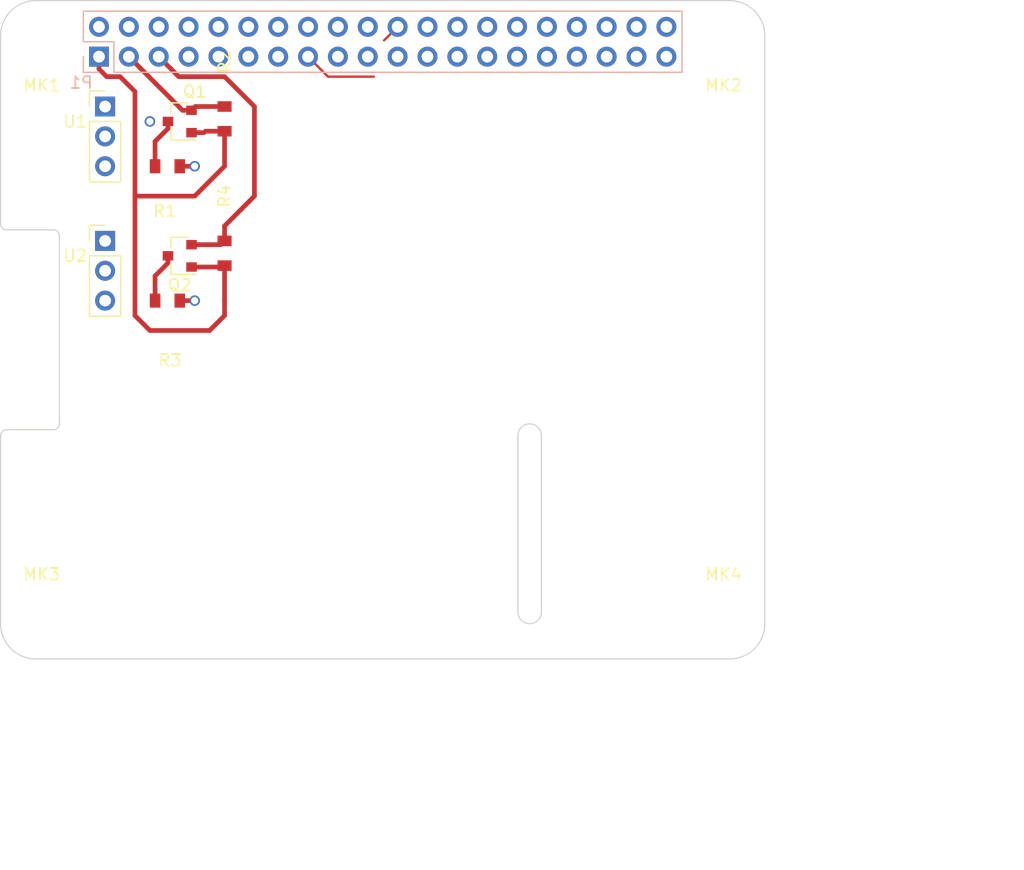
<source format=kicad_pcb>
(kicad_pcb (version 20171130) (host pcbnew "(5.1.5)-3")

  (general
    (thickness 1.6)
    (drawings 39)
    (tracks 46)
    (zones 0)
    (modules 13)
    (nets 34)
  )

  (page A3)
  (title_block
    (date "15 nov 2012")
  )

  (layers
    (0 F.Cu signal)
    (31 B.Cu signal)
    (32 B.Adhes user)
    (33 F.Adhes user)
    (34 B.Paste user)
    (35 F.Paste user)
    (36 B.SilkS user)
    (37 F.SilkS user)
    (38 B.Mask user)
    (39 F.Mask user)
    (40 Dwgs.User user)
    (41 Cmts.User user)
    (42 Eco1.User user)
    (43 Eco2.User user)
    (44 Edge.Cuts user)
    (45 Margin user)
    (46 B.CrtYd user)
    (47 F.CrtYd user)
  )

  (setup
    (last_trace_width 0.2)
    (trace_clearance 0.2)
    (zone_clearance 0.508)
    (zone_45_only no)
    (trace_min 0.127)
    (via_size 0.9)
    (via_drill 0.6)
    (via_min_size 0.8)
    (via_min_drill 0.5)
    (uvia_size 0.5)
    (uvia_drill 0.1)
    (uvias_allowed no)
    (uvia_min_size 0.5)
    (uvia_min_drill 0.1)
    (edge_width 0.1)
    (segment_width 0.1)
    (pcb_text_width 0.3)
    (pcb_text_size 1 1)
    (mod_edge_width 0.15)
    (mod_text_size 1 1)
    (mod_text_width 0.15)
    (pad_size 2.5 2.5)
    (pad_drill 2.5)
    (pad_to_mask_clearance 0)
    (aux_axis_origin 200 150)
    (grid_origin 200 150)
    (visible_elements 7FFFFFFF)
    (pcbplotparams
      (layerselection 0x00030_80000001)
      (usegerberextensions true)
      (usegerberattributes false)
      (usegerberadvancedattributes false)
      (creategerberjobfile false)
      (excludeedgelayer true)
      (linewidth 0.150000)
      (plotframeref false)
      (viasonmask false)
      (mode 1)
      (useauxorigin false)
      (hpglpennumber 1)
      (hpglpenspeed 20)
      (hpglpendiameter 15.000000)
      (psnegative false)
      (psa4output false)
      (plotreference true)
      (plotvalue true)
      (plotinvisibletext false)
      (padsonsilk false)
      (subtractmaskfromsilk false)
      (outputformat 1)
      (mirror false)
      (drillshape 1)
      (scaleselection 1)
      (outputdirectory ""))
  )

  (net 0 "")
  (net 1 +3V3)
  (net 2 +5V)
  (net 3 GND)
  (net 4 /ID_SD)
  (net 5 /ID_SC)
  (net 6 /GPIO5)
  (net 7 /GPIO6)
  (net 8 /GPIO26)
  (net 9 "/GPIO4(GCLK)")
  (net 10 "/GPIO14(TXD0)")
  (net 11 "/GPIO15(RXD0)")
  (net 12 "/GPIO17(GEN0)")
  (net 13 "/GPIO27(GEN2)")
  (net 14 "/GPIO23(GEN4)")
  (net 15 "/GPIO24(GEN5)")
  (net 16 "/GPIO18(GEN1)(PWM0)")
  (net 17 "/GPIO10(SPI0_MOSI)")
  (net 18 "/GPIO9(SPI0_MISO)")
  (net 19 "/GPIO11(SPI0_SCK)")
  (net 20 "/GPIO8(SPI0_CE_N)")
  (net 21 "/GPIO7(SPI1_CE_N)")
  (net 22 "/GPIO12(PWM0)")
  (net 23 "/GPIO13(PWM1)")
  (net 24 "/GPIO19(SPI1_MISO)")
  (net 25 /GPIO16)
  (net 26 "/GPIO20(SPI1_MOSI)")
  (net 27 "/GPIO21(SPI1_SCK)")
  (net 28 GPIO_22)
  (net 29 GPIO_25)
  (net 30 "Net-(Q1-Pad3)")
  (net 31 "Net-(Q2-Pad3)")
  (net 32 GPIO_2)
  (net 33 GPIO_3)

  (net_class Default "This is the default net class."
    (clearance 0.2)
    (trace_width 0.2)
    (via_dia 0.9)
    (via_drill 0.6)
    (uvia_dia 0.5)
    (uvia_drill 0.1)
    (add_net +3V3)
    (add_net +5V)
    (add_net "/GPIO10(SPI0_MOSI)")
    (add_net "/GPIO11(SPI0_SCK)")
    (add_net "/GPIO12(PWM0)")
    (add_net "/GPIO13(PWM1)")
    (add_net "/GPIO14(TXD0)")
    (add_net "/GPIO15(RXD0)")
    (add_net /GPIO16)
    (add_net "/GPIO17(GEN0)")
    (add_net "/GPIO18(GEN1)(PWM0)")
    (add_net "/GPIO19(SPI1_MISO)")
    (add_net "/GPIO20(SPI1_MOSI)")
    (add_net "/GPIO21(SPI1_SCK)")
    (add_net "/GPIO23(GEN4)")
    (add_net "/GPIO24(GEN5)")
    (add_net /GPIO26)
    (add_net "/GPIO27(GEN2)")
    (add_net "/GPIO4(GCLK)")
    (add_net /GPIO5)
    (add_net /GPIO6)
    (add_net "/GPIO7(SPI1_CE_N)")
    (add_net "/GPIO8(SPI0_CE_N)")
    (add_net "/GPIO9(SPI0_MISO)")
    (add_net /ID_SC)
    (add_net /ID_SD)
    (add_net GND)
    (add_net GPIO_2)
    (add_net GPIO_22)
    (add_net GPIO_25)
    (add_net GPIO_3)
    (add_net "Net-(Q1-Pad3)")
    (add_net "Net-(Q2-Pad3)")
  )

  (net_class Power ""
    (clearance 0.2)
    (trace_width 0.5)
    (via_dia 1)
    (via_drill 0.7)
    (uvia_dia 0.5)
    (uvia_drill 0.1)
  )

  (module Package_TO_SOT_SMD:SOT-23 (layer F.Cu) (tedit 5A02FF57) (tstamp 5E4A7BD1)
    (at 215.24 104.28 180)
    (descr "SOT-23, Standard")
    (tags SOT-23)
    (path /5E4B0663)
    (attr smd)
    (fp_text reference Q1 (at -1.27 2.54) (layer F.SilkS)
      (effects (font (size 1 1) (thickness 0.15)))
    )
    (fp_text value BSS138 (at 0 2.5) (layer F.Fab)
      (effects (font (size 1 1) (thickness 0.15)))
    )
    (fp_line (start 0.76 1.58) (end -0.7 1.58) (layer F.SilkS) (width 0.12))
    (fp_line (start 0.76 -1.58) (end -1.4 -1.58) (layer F.SilkS) (width 0.12))
    (fp_line (start -1.7 1.75) (end -1.7 -1.75) (layer F.CrtYd) (width 0.05))
    (fp_line (start 1.7 1.75) (end -1.7 1.75) (layer F.CrtYd) (width 0.05))
    (fp_line (start 1.7 -1.75) (end 1.7 1.75) (layer F.CrtYd) (width 0.05))
    (fp_line (start -1.7 -1.75) (end 1.7 -1.75) (layer F.CrtYd) (width 0.05))
    (fp_line (start 0.76 -1.58) (end 0.76 -0.65) (layer F.SilkS) (width 0.12))
    (fp_line (start 0.76 1.58) (end 0.76 0.65) (layer F.SilkS) (width 0.12))
    (fp_line (start -0.7 1.52) (end 0.7 1.52) (layer F.Fab) (width 0.1))
    (fp_line (start 0.7 -1.52) (end 0.7 1.52) (layer F.Fab) (width 0.1))
    (fp_line (start -0.7 -0.95) (end -0.15 -1.52) (layer F.Fab) (width 0.1))
    (fp_line (start -0.15 -1.52) (end 0.7 -1.52) (layer F.Fab) (width 0.1))
    (fp_line (start -0.7 -0.95) (end -0.7 1.5) (layer F.Fab) (width 0.1))
    (fp_text user %R (at 0 0 90) (layer F.Fab)
      (effects (font (size 0.5 0.5) (thickness 0.075)))
    )
    (pad 3 smd rect (at 1 0 180) (size 0.9 0.8) (layers F.Cu F.Paste F.Mask)
      (net 30 "Net-(Q1-Pad3)"))
    (pad 2 smd rect (at -1 0.95 180) (size 0.9 0.8) (layers F.Cu F.Paste F.Mask)
      (net 32 GPIO_2))
    (pad 1 smd rect (at -1 -0.95 180) (size 0.9 0.8) (layers F.Cu F.Paste F.Mask)
      (net 1 +3V3))
    (model ${KISYS3DMOD}/Package_TO_SOT_SMD.3dshapes/SOT-23.wrl
      (at (xyz 0 0 0))
      (scale (xyz 1 1 1))
      (rotate (xyz 0 0 0))
    )
  )

  (module trailTracer:Yageo_R0805 (layer F.Cu) (tedit 5E49E2FC) (tstamp 5E4A7BF2)
    (at 219.05 103.01 270)
    (path /5E4D618F)
    (fp_text reference R2 (at -3.81 0 90) (layer F.SilkS)
      (effects (font (size 1 1) (thickness 0.15)))
    )
    (fp_text value 10K (at 0 -2.54 90) (layer F.Fab)
      (effects (font (size 1 1) (thickness 0.15)))
    )
    (pad 1 smd rect (at 0 0 270) (size 0.9 1.2) (layers F.Cu F.Paste F.Mask)
      (net 32 GPIO_2))
    (pad 2 smd rect (at 2.1 0 270) (size 0.9 1.2) (layers F.Cu F.Paste F.Mask)
      (net 1 +3V3))
  )

  (module Connector_PinSocket_2.54mm:PinSocket_2x20_P2.54mm_Vertical (layer B.Cu) (tedit 5A19A433) (tstamp 5A793E9F)
    (at 208.37 98.77 270)
    (descr "Through hole straight socket strip, 2x20, 2.54mm pitch, double cols (from Kicad 4.0.7), script generated")
    (tags "Through hole socket strip THT 2x20 2.54mm double row")
    (path /59AD464A)
    (fp_text reference P1 (at 2.208 1.512) (layer B.SilkS)
      (effects (font (size 1 1) (thickness 0.15)) (justify mirror))
    )
    (fp_text value Conn_02x20_Odd_Even (at -1.27 -51.03 270) (layer B.Fab)
      (effects (font (size 1 1) (thickness 0.15)) (justify mirror))
    )
    (fp_line (start -3.81 1.27) (end 0.27 1.27) (layer B.Fab) (width 0.1))
    (fp_line (start 0.27 1.27) (end 1.27 0.27) (layer B.Fab) (width 0.1))
    (fp_line (start 1.27 0.27) (end 1.27 -49.53) (layer B.Fab) (width 0.1))
    (fp_line (start 1.27 -49.53) (end -3.81 -49.53) (layer B.Fab) (width 0.1))
    (fp_line (start -3.81 -49.53) (end -3.81 1.27) (layer B.Fab) (width 0.1))
    (fp_line (start -3.87 1.33) (end -1.27 1.33) (layer B.SilkS) (width 0.12))
    (fp_line (start -3.87 1.33) (end -3.87 -49.59) (layer B.SilkS) (width 0.12))
    (fp_line (start -3.87 -49.59) (end 1.33 -49.59) (layer B.SilkS) (width 0.12))
    (fp_line (start 1.33 -1.27) (end 1.33 -49.59) (layer B.SilkS) (width 0.12))
    (fp_line (start -1.27 -1.27) (end 1.33 -1.27) (layer B.SilkS) (width 0.12))
    (fp_line (start -1.27 1.33) (end -1.27 -1.27) (layer B.SilkS) (width 0.12))
    (fp_line (start 1.33 1.33) (end 1.33 0) (layer B.SilkS) (width 0.12))
    (fp_line (start 0 1.33) (end 1.33 1.33) (layer B.SilkS) (width 0.12))
    (fp_line (start -4.34 1.8) (end 1.76 1.8) (layer B.CrtYd) (width 0.05))
    (fp_line (start 1.76 1.8) (end 1.76 -50) (layer B.CrtYd) (width 0.05))
    (fp_line (start 1.76 -50) (end -4.34 -50) (layer B.CrtYd) (width 0.05))
    (fp_line (start -4.34 -50) (end -4.34 1.8) (layer B.CrtYd) (width 0.05))
    (fp_text user %R (at -1.27 -24.13 180) (layer B.Fab)
      (effects (font (size 1 1) (thickness 0.15)) (justify mirror))
    )
    (pad 1 thru_hole rect (at 0 0 270) (size 1.7 1.7) (drill 1) (layers *.Cu *.Mask)
      (net 1 +3V3))
    (pad 2 thru_hole oval (at -2.54 0 270) (size 1.7 1.7) (drill 1) (layers *.Cu *.Mask)
      (net 2 +5V))
    (pad 3 thru_hole oval (at 0 -2.54 270) (size 1.7 1.7) (drill 1) (layers *.Cu *.Mask)
      (net 32 GPIO_2))
    (pad 4 thru_hole oval (at -2.54 -2.54 270) (size 1.7 1.7) (drill 1) (layers *.Cu *.Mask)
      (net 2 +5V))
    (pad 5 thru_hole oval (at 0 -5.08 270) (size 1.7 1.7) (drill 1) (layers *.Cu *.Mask)
      (net 33 GPIO_3))
    (pad 6 thru_hole oval (at -2.54 -5.08 270) (size 1.7 1.7) (drill 1) (layers *.Cu *.Mask)
      (net 3 GND))
    (pad 7 thru_hole oval (at 0 -7.62 270) (size 1.7 1.7) (drill 1) (layers *.Cu *.Mask)
      (net 9 "/GPIO4(GCLK)"))
    (pad 8 thru_hole oval (at -2.54 -7.62 270) (size 1.7 1.7) (drill 1) (layers *.Cu *.Mask)
      (net 10 "/GPIO14(TXD0)"))
    (pad 9 thru_hole oval (at 0 -10.16 270) (size 1.7 1.7) (drill 1) (layers *.Cu *.Mask)
      (net 3 GND))
    (pad 10 thru_hole oval (at -2.54 -10.16 270) (size 1.7 1.7) (drill 1) (layers *.Cu *.Mask)
      (net 11 "/GPIO15(RXD0)"))
    (pad 11 thru_hole oval (at 0 -12.7 270) (size 1.7 1.7) (drill 1) (layers *.Cu *.Mask)
      (net 12 "/GPIO17(GEN0)"))
    (pad 12 thru_hole oval (at -2.54 -12.7 270) (size 1.7 1.7) (drill 1) (layers *.Cu *.Mask)
      (net 16 "/GPIO18(GEN1)(PWM0)"))
    (pad 13 thru_hole oval (at 0 -15.24 270) (size 1.7 1.7) (drill 1) (layers *.Cu *.Mask)
      (net 13 "/GPIO27(GEN2)"))
    (pad 14 thru_hole oval (at -2.54 -15.24 270) (size 1.7 1.7) (drill 1) (layers *.Cu *.Mask)
      (net 3 GND))
    (pad 15 thru_hole oval (at 0 -17.78 270) (size 1.7 1.7) (drill 1) (layers *.Cu *.Mask)
      (net 28 GPIO_22))
    (pad 16 thru_hole oval (at -2.54 -17.78 270) (size 1.7 1.7) (drill 1) (layers *.Cu *.Mask)
      (net 14 "/GPIO23(GEN4)"))
    (pad 17 thru_hole oval (at 0 -20.32 270) (size 1.7 1.7) (drill 1) (layers *.Cu *.Mask)
      (net 1 +3V3))
    (pad 18 thru_hole oval (at -2.54 -20.32 270) (size 1.7 1.7) (drill 1) (layers *.Cu *.Mask)
      (net 15 "/GPIO24(GEN5)"))
    (pad 19 thru_hole oval (at 0 -22.86 270) (size 1.7 1.7) (drill 1) (layers *.Cu *.Mask)
      (net 17 "/GPIO10(SPI0_MOSI)"))
    (pad 20 thru_hole oval (at -2.54 -22.86 270) (size 1.7 1.7) (drill 1) (layers *.Cu *.Mask)
      (net 3 GND))
    (pad 21 thru_hole oval (at 0 -25.4 270) (size 1.7 1.7) (drill 1) (layers *.Cu *.Mask)
      (net 18 "/GPIO9(SPI0_MISO)"))
    (pad 22 thru_hole oval (at -2.54 -25.4 270) (size 1.7 1.7) (drill 1) (layers *.Cu *.Mask)
      (net 29 GPIO_25))
    (pad 23 thru_hole oval (at 0 -27.94 270) (size 1.7 1.7) (drill 1) (layers *.Cu *.Mask)
      (net 19 "/GPIO11(SPI0_SCK)"))
    (pad 24 thru_hole oval (at -2.54 -27.94 270) (size 1.7 1.7) (drill 1) (layers *.Cu *.Mask)
      (net 20 "/GPIO8(SPI0_CE_N)"))
    (pad 25 thru_hole oval (at 0 -30.48 270) (size 1.7 1.7) (drill 1) (layers *.Cu *.Mask)
      (net 3 GND))
    (pad 26 thru_hole oval (at -2.54 -30.48 270) (size 1.7 1.7) (drill 1) (layers *.Cu *.Mask)
      (net 21 "/GPIO7(SPI1_CE_N)"))
    (pad 27 thru_hole oval (at 0 -33.02 270) (size 1.7 1.7) (drill 1) (layers *.Cu *.Mask)
      (net 4 /ID_SD))
    (pad 28 thru_hole oval (at -2.54 -33.02 270) (size 1.7 1.7) (drill 1) (layers *.Cu *.Mask)
      (net 5 /ID_SC))
    (pad 29 thru_hole oval (at 0 -35.56 270) (size 1.7 1.7) (drill 1) (layers *.Cu *.Mask)
      (net 6 /GPIO5))
    (pad 30 thru_hole oval (at -2.54 -35.56 270) (size 1.7 1.7) (drill 1) (layers *.Cu *.Mask)
      (net 3 GND))
    (pad 31 thru_hole oval (at 0 -38.1 270) (size 1.7 1.7) (drill 1) (layers *.Cu *.Mask)
      (net 7 /GPIO6))
    (pad 32 thru_hole oval (at -2.54 -38.1 270) (size 1.7 1.7) (drill 1) (layers *.Cu *.Mask)
      (net 22 "/GPIO12(PWM0)"))
    (pad 33 thru_hole oval (at 0 -40.64 270) (size 1.7 1.7) (drill 1) (layers *.Cu *.Mask)
      (net 23 "/GPIO13(PWM1)"))
    (pad 34 thru_hole oval (at -2.54 -40.64 270) (size 1.7 1.7) (drill 1) (layers *.Cu *.Mask)
      (net 3 GND))
    (pad 35 thru_hole oval (at 0 -43.18 270) (size 1.7 1.7) (drill 1) (layers *.Cu *.Mask)
      (net 24 "/GPIO19(SPI1_MISO)"))
    (pad 36 thru_hole oval (at -2.54 -43.18 270) (size 1.7 1.7) (drill 1) (layers *.Cu *.Mask)
      (net 25 /GPIO16))
    (pad 37 thru_hole oval (at 0 -45.72 270) (size 1.7 1.7) (drill 1) (layers *.Cu *.Mask)
      (net 8 /GPIO26))
    (pad 38 thru_hole oval (at -2.54 -45.72 270) (size 1.7 1.7) (drill 1) (layers *.Cu *.Mask)
      (net 26 "/GPIO20(SPI1_MOSI)"))
    (pad 39 thru_hole oval (at 0 -48.26 270) (size 1.7 1.7) (drill 1) (layers *.Cu *.Mask)
      (net 3 GND))
    (pad 40 thru_hole oval (at -2.54 -48.26 270) (size 1.7 1.7) (drill 1) (layers *.Cu *.Mask)
      (net 27 "/GPIO21(SPI1_SCK)"))
    (model ${KISYS3DMOD}/Connector_PinSocket_2.54mm.3dshapes/PinSocket_2x20_P2.54mm_Vertical.wrl
      (at (xyz 0 0 0))
      (scale (xyz 1 1 1))
      (rotate (xyz 0 0 0))
    )
  )

  (module trailTracer:PinHeader_1x03_P2.54mm_Vertical (layer F.Cu) (tedit 5E49E654) (tstamp 5E4A7C2C)
    (at 208.89 114.44)
    (descr "Through hole straight pin header, 1x03, 2.54mm pitch, single row")
    (tags "Through hole pin header THT 1x03 2.54mm single row")
    (path /5E49F79F)
    (fp_text reference U2 (at -2.54 1.27) (layer F.SilkS)
      (effects (font (size 1 1) (thickness 0.15)))
    )
    (fp_text value SF3218MG (at 0 7.41) (layer F.Fab)
      (effects (font (size 1 1) (thickness 0.15)))
    )
    (fp_text user %R (at 0 2.54 90) (layer F.Fab)
      (effects (font (size 1 1) (thickness 0.15)))
    )
    (fp_line (start 1.8 -1.8) (end -1.8 -1.8) (layer F.CrtYd) (width 0.05))
    (fp_line (start 1.8 6.85) (end 1.8 -1.8) (layer F.CrtYd) (width 0.05))
    (fp_line (start -1.8 6.85) (end 1.8 6.85) (layer F.CrtYd) (width 0.05))
    (fp_line (start -1.8 -1.8) (end -1.8 6.85) (layer F.CrtYd) (width 0.05))
    (fp_line (start -1.33 -1.33) (end 0 -1.33) (layer F.SilkS) (width 0.12))
    (fp_line (start -1.33 0) (end -1.33 -1.33) (layer F.SilkS) (width 0.12))
    (fp_line (start -1.33 1.27) (end 1.33 1.27) (layer F.SilkS) (width 0.12))
    (fp_line (start 1.33 1.27) (end 1.33 6.41) (layer F.SilkS) (width 0.12))
    (fp_line (start -1.33 1.27) (end -1.33 6.41) (layer F.SilkS) (width 0.12))
    (fp_line (start -1.33 6.41) (end 1.33 6.41) (layer F.SilkS) (width 0.12))
    (fp_line (start -1.27 -0.635) (end -0.635 -1.27) (layer F.Fab) (width 0.1))
    (fp_line (start -1.27 6.35) (end -1.27 -0.635) (layer F.Fab) (width 0.1))
    (fp_line (start 1.27 6.35) (end -1.27 6.35) (layer F.Fab) (width 0.1))
    (fp_line (start 1.27 -1.27) (end 1.27 6.35) (layer F.Fab) (width 0.1))
    (fp_line (start -0.635 -1.27) (end 1.27 -1.27) (layer F.Fab) (width 0.1))
    (pad PWM thru_hole oval (at 0 5.08) (size 1.7 1.7) (drill 1) (layers *.Cu *.Mask))
    (pad +5V thru_hole oval (at 0 2.54) (size 1.7 1.7) (drill 1) (layers *.Cu *.Mask))
    (pad GND thru_hole rect (at 0 0) (size 1.7 1.7) (drill 1) (layers *.Cu *.Mask))
    (model ${KISYS3DMOD}/Connector_PinHeader_2.54mm.3dshapes/PinHeader_1x03_P2.54mm_Vertical.wrl
      (at (xyz 0 0 0))
      (scale (xyz 1 1 1))
      (rotate (xyz 0 0 0))
    )
  )

  (module trailTracer:PinHeader_1x03_P2.54mm_Vertical (layer F.Cu) (tedit 5E49E654) (tstamp 5E4A7C15)
    (at 208.89 103.01)
    (descr "Through hole straight pin header, 1x03, 2.54mm pitch, single row")
    (tags "Through hole pin header THT 1x03 2.54mm single row")
    (path /5E4A0E83)
    (fp_text reference U1 (at -2.54 1.27) (layer F.SilkS)
      (effects (font (size 1 1) (thickness 0.15)))
    )
    (fp_text value SG-92R (at 0 7.41) (layer F.Fab)
      (effects (font (size 1 1) (thickness 0.15)))
    )
    (fp_text user %R (at 0 2.54 90) (layer F.Fab)
      (effects (font (size 1 1) (thickness 0.15)))
    )
    (fp_line (start 1.8 -1.8) (end -1.8 -1.8) (layer F.CrtYd) (width 0.05))
    (fp_line (start 1.8 6.85) (end 1.8 -1.8) (layer F.CrtYd) (width 0.05))
    (fp_line (start -1.8 6.85) (end 1.8 6.85) (layer F.CrtYd) (width 0.05))
    (fp_line (start -1.8 -1.8) (end -1.8 6.85) (layer F.CrtYd) (width 0.05))
    (fp_line (start -1.33 -1.33) (end 0 -1.33) (layer F.SilkS) (width 0.12))
    (fp_line (start -1.33 0) (end -1.33 -1.33) (layer F.SilkS) (width 0.12))
    (fp_line (start -1.33 1.27) (end 1.33 1.27) (layer F.SilkS) (width 0.12))
    (fp_line (start 1.33 1.27) (end 1.33 6.41) (layer F.SilkS) (width 0.12))
    (fp_line (start -1.33 1.27) (end -1.33 6.41) (layer F.SilkS) (width 0.12))
    (fp_line (start -1.33 6.41) (end 1.33 6.41) (layer F.SilkS) (width 0.12))
    (fp_line (start -1.27 -0.635) (end -0.635 -1.27) (layer F.Fab) (width 0.1))
    (fp_line (start -1.27 6.35) (end -1.27 -0.635) (layer F.Fab) (width 0.1))
    (fp_line (start 1.27 6.35) (end -1.27 6.35) (layer F.Fab) (width 0.1))
    (fp_line (start 1.27 -1.27) (end 1.27 6.35) (layer F.Fab) (width 0.1))
    (fp_line (start -0.635 -1.27) (end 1.27 -1.27) (layer F.Fab) (width 0.1))
    (pad PWM thru_hole oval (at 0 5.08) (size 1.7 1.7) (drill 1) (layers *.Cu *.Mask))
    (pad +5V thru_hole oval (at 0 2.54) (size 1.7 1.7) (drill 1) (layers *.Cu *.Mask))
    (pad GND thru_hole rect (at 0 0) (size 1.7 1.7) (drill 1) (layers *.Cu *.Mask))
    (model ${KISYS3DMOD}/Connector_PinHeader_2.54mm.3dshapes/PinHeader_1x03_P2.54mm_Vertical.wrl
      (at (xyz 0 0 0))
      (scale (xyz 1 1 1))
      (rotate (xyz 0 0 0))
    )
  )

  (module trailTracer:Yageo_R0805 (layer F.Cu) (tedit 5E49E2FC) (tstamp 5E4A7BFE)
    (at 219.05 114.44 270)
    (path /5E50C3E3)
    (fp_text reference R4 (at -3.81 0 90) (layer F.SilkS)
      (effects (font (size 1 1) (thickness 0.15)))
    )
    (fp_text value 10K (at 0 -2.54 90) (layer F.Fab)
      (effects (font (size 1 1) (thickness 0.15)))
    )
    (pad 1 smd rect (at 0 0 270) (size 0.9 1.2) (layers F.Cu F.Paste F.Mask)
      (net 33 GPIO_3))
    (pad 2 smd rect (at 2.1 0 270) (size 0.9 1.2) (layers F.Cu F.Paste F.Mask)
      (net 1 +3V3))
  )

  (module trailTracer:Yageo_R0805 (layer F.Cu) (tedit 5E49E2FC) (tstamp 5E4A7BF8)
    (at 213.14 119.52)
    (path /5E50C3D3)
    (fp_text reference R3 (at 1.27 5.08) (layer F.SilkS)
      (effects (font (size 1 1) (thickness 0.15)))
    )
    (fp_text value 10K (at 0 -2.54) (layer F.Fab)
      (effects (font (size 1 1) (thickness 0.15)))
    )
    (pad 1 smd rect (at 0 0) (size 0.9 1.2) (layers F.Cu F.Paste F.Mask)
      (net 31 "Net-(Q2-Pad3)"))
    (pad 2 smd rect (at 2.1 0) (size 0.9 1.2) (layers F.Cu F.Paste F.Mask)
      (net 2 +5V))
  )

  (module trailTracer:Yageo_R0805 (layer F.Cu) (tedit 5E49E2FC) (tstamp 5E4A7BEC)
    (at 213.14 108.09)
    (path /5E4CB2E0)
    (fp_text reference R1 (at 0.83 3.81) (layer F.SilkS)
      (effects (font (size 1 1) (thickness 0.15)))
    )
    (fp_text value 10K (at 0 -2.54) (layer F.Fab)
      (effects (font (size 1 1) (thickness 0.15)))
    )
    (pad 1 smd rect (at 0 0) (size 0.9 1.2) (layers F.Cu F.Paste F.Mask)
      (net 30 "Net-(Q1-Pad3)"))
    (pad 2 smd rect (at 2.1 0) (size 0.9 1.2) (layers F.Cu F.Paste F.Mask)
      (net 2 +5V))
  )

  (module Package_TO_SOT_SMD:SOT-23 (layer F.Cu) (tedit 5A02FF57) (tstamp 5E4A7BE6)
    (at 215.24 115.71 180)
    (descr "SOT-23, Standard")
    (tags SOT-23)
    (path /5E50C3CC)
    (attr smd)
    (fp_text reference Q2 (at 0 -2.5) (layer F.SilkS)
      (effects (font (size 1 1) (thickness 0.15)))
    )
    (fp_text value BSS138 (at 0 2.5) (layer F.Fab)
      (effects (font (size 1 1) (thickness 0.15)))
    )
    (fp_line (start 0.76 1.58) (end -0.7 1.58) (layer F.SilkS) (width 0.12))
    (fp_line (start 0.76 -1.58) (end -1.4 -1.58) (layer F.SilkS) (width 0.12))
    (fp_line (start -1.7 1.75) (end -1.7 -1.75) (layer F.CrtYd) (width 0.05))
    (fp_line (start 1.7 1.75) (end -1.7 1.75) (layer F.CrtYd) (width 0.05))
    (fp_line (start 1.7 -1.75) (end 1.7 1.75) (layer F.CrtYd) (width 0.05))
    (fp_line (start -1.7 -1.75) (end 1.7 -1.75) (layer F.CrtYd) (width 0.05))
    (fp_line (start 0.76 -1.58) (end 0.76 -0.65) (layer F.SilkS) (width 0.12))
    (fp_line (start 0.76 1.58) (end 0.76 0.65) (layer F.SilkS) (width 0.12))
    (fp_line (start -0.7 1.52) (end 0.7 1.52) (layer F.Fab) (width 0.1))
    (fp_line (start 0.7 -1.52) (end 0.7 1.52) (layer F.Fab) (width 0.1))
    (fp_line (start -0.7 -0.95) (end -0.15 -1.52) (layer F.Fab) (width 0.1))
    (fp_line (start -0.15 -1.52) (end 0.7 -1.52) (layer F.Fab) (width 0.1))
    (fp_line (start -0.7 -0.95) (end -0.7 1.5) (layer F.Fab) (width 0.1))
    (fp_text user %R (at 0 0 90) (layer F.Fab)
      (effects (font (size 0.5 0.5) (thickness 0.075)))
    )
    (pad 3 smd rect (at 1 0 180) (size 0.9 0.8) (layers F.Cu F.Paste F.Mask)
      (net 31 "Net-(Q2-Pad3)"))
    (pad 2 smd rect (at -1 0.95 180) (size 0.9 0.8) (layers F.Cu F.Paste F.Mask)
      (net 33 GPIO_3))
    (pad 1 smd rect (at -1 -0.95 180) (size 0.9 0.8) (layers F.Cu F.Paste F.Mask)
      (net 1 +3V3))
    (model ${KISYS3DMOD}/Package_TO_SOT_SMD.3dshapes/SOT-23.wrl
      (at (xyz 0 0 0))
      (scale (xyz 1 1 1))
      (rotate (xyz 0 0 0))
    )
  )

  (module MountingHole:MountingHole_2.7mm_M2.5 (layer F.Cu) (tedit 56D1B4CB) (tstamp 5A793E98)
    (at 261.5 146.5)
    (descr "Mounting Hole 2.7mm, no annular, M2.5")
    (tags "mounting hole 2.7mm no annular m2.5")
    (path /5834FC4F)
    (attr virtual)
    (fp_text reference MK4 (at 0 -3.7) (layer F.SilkS)
      (effects (font (size 1 1) (thickness 0.15)))
    )
    (fp_text value M2.5 (at 0 3.7) (layer F.Fab)
      (effects (font (size 1 1) (thickness 0.15)))
    )
    (fp_circle (center 0 0) (end 2.95 0) (layer F.CrtYd) (width 0.05))
    (fp_circle (center 0 0) (end 2.7 0) (layer Cmts.User) (width 0.15))
    (fp_text user %R (at 0.3 0) (layer F.Fab)
      (effects (font (size 1 1) (thickness 0.15)))
    )
    (pad 1 np_thru_hole circle (at 0 0) (size 2.7 2.7) (drill 2.7) (layers *.Cu *.Mask))
  )

  (module MountingHole:MountingHole_2.7mm_M2.5 (layer F.Cu) (tedit 56D1B4CB) (tstamp 5A793E91)
    (at 203.5 146.5)
    (descr "Mounting Hole 2.7mm, no annular, M2.5")
    (tags "mounting hole 2.7mm no annular m2.5")
    (path /5834FBEF)
    (attr virtual)
    (fp_text reference MK3 (at 0 -3.7) (layer F.SilkS)
      (effects (font (size 1 1) (thickness 0.15)))
    )
    (fp_text value M2.5 (at 0 3.7) (layer F.Fab)
      (effects (font (size 1 1) (thickness 0.15)))
    )
    (fp_text user %R (at 0.3 0) (layer F.Fab)
      (effects (font (size 1 1) (thickness 0.15)))
    )
    (fp_circle (center 0 0) (end 2.7 0) (layer Cmts.User) (width 0.15))
    (fp_circle (center 0 0) (end 2.95 0) (layer F.CrtYd) (width 0.05))
    (pad 1 np_thru_hole circle (at 0 0) (size 2.7 2.7) (drill 2.7) (layers *.Cu *.Mask))
  )

  (module MountingHole:MountingHole_2.7mm_M2.5 (layer F.Cu) (tedit 56D1B4CB) (tstamp 5A793E8A)
    (at 261.5 97.5 180)
    (descr "Mounting Hole 2.7mm, no annular, M2.5")
    (tags "mounting hole 2.7mm no annular m2.5")
    (path /5834FC19)
    (attr virtual)
    (fp_text reference MK2 (at 0 -3.7 180) (layer F.SilkS)
      (effects (font (size 1 1) (thickness 0.15)))
    )
    (fp_text value M2.5 (at 0 3.7 180) (layer F.Fab)
      (effects (font (size 1 1) (thickness 0.15)))
    )
    (fp_circle (center 0 0) (end 2.95 0) (layer F.CrtYd) (width 0.05))
    (fp_circle (center 0 0) (end 2.7 0) (layer Cmts.User) (width 0.15))
    (fp_text user %R (at 0.3 0 180) (layer F.Fab)
      (effects (font (size 1 1) (thickness 0.15)))
    )
    (pad 1 np_thru_hole circle (at 0 0 180) (size 2.7 2.7) (drill 2.7) (layers *.Cu *.Mask))
  )

  (module MountingHole:MountingHole_2.7mm_M2.5 (layer F.Cu) (tedit 56D1B4CB) (tstamp 5A793E83)
    (at 203.5 97.5 180)
    (descr "Mounting Hole 2.7mm, no annular, M2.5")
    (tags "mounting hole 2.7mm no annular m2.5")
    (path /5834FB2E)
    (attr virtual)
    (fp_text reference MK1 (at 0 -3.7 180) (layer F.SilkS)
      (effects (font (size 1 1) (thickness 0.15)))
    )
    (fp_text value M2.5 (at 0 3.7 180) (layer F.Fab)
      (effects (font (size 1 1) (thickness 0.15)))
    )
    (fp_text user %R (at 0.3 0 180) (layer F.Fab)
      (effects (font (size 1 1) (thickness 0.15)))
    )
    (fp_circle (center 0 0) (end 2.7 0) (layer Cmts.User) (width 0.15))
    (fp_circle (center 0 0) (end 2.95 0) (layer F.CrtYd) (width 0.05))
    (pad 1 np_thru_hole circle (at 0 0 180) (size 2.7 2.7) (drill 2.7) (layers *.Cu *.Mask))
  )

  (gr_line (start 244 146) (end 244 131) (layer Edge.Cuts) (width 0.1))
  (gr_line (start 246 131) (end 246 146) (layer Edge.Cuts) (width 0.1))
  (gr_arc (start 245 131) (end 244 131) (angle 180) (layer Edge.Cuts) (width 0.1))
  (gr_arc (start 245 146) (end 246 146) (angle 180) (layer Edge.Cuts) (width 0.1))
  (gr_arc (start 200.5 131) (end 200 131) (angle 89.9) (layer Edge.Cuts) (width 0.1))
  (gr_arc (start 204.5 130) (end 205 130) (angle 90) (layer Edge.Cuts) (width 0.1))
  (gr_arc (start 200.5 113) (end 200.5 113.5) (angle 90) (layer Edge.Cuts) (width 0.1))
  (gr_arc (start 204.5 114) (end 204.5 113.5) (angle 90) (layer Edge.Cuts) (width 0.1))
  (gr_line (start 200 113) (end 200 131) (layer Dwgs.User) (width 0.1))
  (gr_line (start 200 97) (end 200 113) (layer Edge.Cuts) (width 0.1))
  (gr_text DISPLAY (at 202.5 122 90) (layer Dwgs.User) (tstamp 580CBBFF)
    (effects (font (size 1 1) (thickness 0.15)))
  )
  (gr_text CAMERA (at 245 139 90) (layer Dwgs.User)
    (effects (font (size 1 1) (thickness 0.15)))
  )
  (gr_text RJ45 (at 276.2 139.84) (layer Dwgs.User) (tstamp 580CBBEB)
    (effects (font (size 2 2) (thickness 0.15)))
  )
  (gr_text USB (at 277.724 121.552) (layer Dwgs.User) (tstamp 580CBBE9)
    (effects (font (size 2 2) (thickness 0.15)))
  )
  (gr_text USB (at 278.232 102.248) (layer Dwgs.User)
    (effects (font (size 2 2) (thickness 0.15)))
  )
  (gr_arc (start 262 97) (end 262 94) (angle 90) (layer Edge.Cuts) (width 0.1))
  (gr_arc (start 262 147) (end 265 147) (angle 90) (layer Edge.Cuts) (width 0.1))
  (gr_arc (start 203 147) (end 203 150) (angle 90) (layer Edge.Cuts) (width 0.1))
  (gr_arc (start 203 97) (end 200 97) (angle 90) (layer Edge.Cuts) (width 0.1))
  (gr_line (start 269.9 114.45) (end 287 114.45) (layer Dwgs.User) (width 0.1))
  (gr_line (start 262 94) (end 203 94) (layer Edge.Cuts) (width 0.1))
  (gr_line (start 269.9 127.55) (end 269.9 114.45) (layer Dwgs.User) (width 0.1))
  (gr_line (start 287 127.55) (end 269.9 127.55) (layer Dwgs.User) (width 0.1))
  (gr_line (start 287 114.45) (end 287 127.55) (layer Dwgs.User) (width 0.1))
  (gr_line (start 204.5 130.5) (end 200.5 130.5) (layer Edge.Cuts) (width 0.1))
  (gr_line (start 205 114) (end 205 130) (layer Edge.Cuts) (width 0.1))
  (gr_line (start 200.5 113.5) (end 204.5 113.5) (layer Edge.Cuts) (width 0.1))
  (gr_line (start 266 147.675) (end 266 131.825) (layer Dwgs.User) (width 0.1))
  (gr_line (start 287 147.675) (end 266 147.675) (layer Dwgs.User) (width 0.1))
  (gr_line (start 287 131.825) (end 287 147.675) (layer Dwgs.User) (width 0.1))
  (gr_line (start 266 131.825) (end 287 131.825) (layer Dwgs.User) (width 0.1))
  (gr_line (start 265 147) (end 265 97) (layer Edge.Cuts) (width 0.1))
  (gr_line (start 203 150) (end 262 150) (layer Edge.Cuts) (width 0.1))
  (gr_line (start 200 131) (end 200 147) (layer Edge.Cuts) (width 0.1))
  (gr_line (start 269.9 109.455925) (end 269.9 96.355925) (layer Dwgs.User) (width 0.1))
  (gr_line (start 287 109.455925) (end 269.9 109.455925) (layer Dwgs.User) (width 0.1))
  (gr_line (start 287 96.355925) (end 287 109.455925) (layer Dwgs.User) (width 0.1))
  (gr_line (start 269.9 96.355925) (end 287 96.355925) (layer Dwgs.User) (width 0.1))
  (gr_text "RASPBERRY-PI 40-PIN ADDON BOARD\nVIEW FROM TOP\nNOTE: P1 SHOULD BE FITTED ON THE REVERSE OF THE BOARD\n\nADD EDGE CUTS FROM CAMERA AND DISPLAY PORTS AS REQUIRED" (at 200 160.16) (layer Dwgs.User)
    (effects (font (size 2 1.7) (thickness 0.12)) (justify left))
  )

  (via (at 216.51 119.52) (size 0.9) (drill 0.6) (layers F.Cu B.Cu) (net 2))
  (via (at 212.7 104.28) (size 0.9) (drill 0.6) (layers F.Cu B.Cu) (net 0))
  (via (at 216.51 108.09) (size 0.9) (drill 0.6) (layers F.Cu B.Cu) (net 2))
  (segment (start 217.420002 105.11) (end 219.05 105.11) (width 0.4) (layer F.Cu) (net 1))
  (segment (start 216.24 105.23) (end 217.300002 105.23) (width 0.4) (layer F.Cu) (net 1))
  (segment (start 217.300002 105.23) (end 217.420002 105.11) (width 0.2) (layer F.Cu) (net 1))
  (segment (start 219.05 105.11) (end 219.05 108.09) (width 0.4) (layer F.Cu) (net 1))
  (segment (start 219.05 119.52) (end 219.05 116.54) (width 0.4) (layer F.Cu) (net 1))
  (segment (start 218.93 116.66) (end 219.05 116.54) (width 0.2) (layer F.Cu) (net 1))
  (segment (start 216.24 116.66) (end 218.93 116.66) (width 0.4) (layer F.Cu) (net 1))
  (segment (start 208.37 99.82) (end 209.02 100.47) (width 0.4) (layer F.Cu) (net 1))
  (segment (start 208.37 98.77) (end 208.37 99.82) (width 0.4) (layer F.Cu) (net 1))
  (segment (start 209.02 100.47) (end 210.16 100.47) (width 0.4) (layer F.Cu) (net 1))
  (segment (start 210.16 100.47) (end 211.43 101.74) (width 0.4) (layer F.Cu) (net 1))
  (segment (start 211.43 120.79) (end 212.7 122.06) (width 0.4) (layer F.Cu) (net 1))
  (segment (start 212.7 122.06) (end 217.78 122.06) (width 0.4) (layer F.Cu) (net 1))
  (segment (start 217.78 122.06) (end 219.05 120.79) (width 0.4) (layer F.Cu) (net 1))
  (segment (start 219.05 120.79) (end 219.05 119.52) (width 0.4) (layer F.Cu) (net 1))
  (segment (start 211.43 110.63) (end 216.51 110.63) (width 0.4) (layer F.Cu) (net 1))
  (segment (start 211.43 110.63) (end 211.43 120.79) (width 0.4) (layer F.Cu) (net 1))
  (segment (start 211.43 101.74) (end 211.43 110.63) (width 0.4) (layer F.Cu) (net 1))
  (segment (start 216.51 110.63) (end 219.05 108.09) (width 0.4) (layer F.Cu) (net 1))
  (segment (start 215.24 108.09) (end 216.51 108.09) (width 0.4) (layer F.Cu) (net 2))
  (segment (start 216.51 119.52) (end 215.24 119.52) (width 0.4) (layer F.Cu) (net 2))
  (segment (start 227.85 100.47) (end 226.15 98.77) (width 0.2) (layer F.Cu) (net 28))
  (segment (start 231.75 100.47) (end 227.85 100.47) (width 0.2) (layer F.Cu) (net 28))
  (segment (start 232.619999 97.380001) (end 232.920001 97.079999) (width 0.2) (layer F.Cu) (net 29))
  (segment (start 232.920001 97.079999) (end 233.77 96.23) (width 0.2) (layer F.Cu) (net 29))
  (segment (start 213.14 105.98) (end 213.14 108.09) (width 0.4) (layer F.Cu) (net 30))
  (segment (start 214.24 104.28) (end 214.24 104.88) (width 0.4) (layer F.Cu) (net 30))
  (segment (start 214.24 104.88) (end 213.14 105.98) (width 0.4) (layer F.Cu) (net 30))
  (segment (start 213.14 119.52) (end 213.14 117.42) (width 0.4) (layer F.Cu) (net 31))
  (segment (start 214.24 116.32) (end 214.24 115.71) (width 0.4) (layer F.Cu) (net 31))
  (segment (start 213.14 117.42) (end 214.24 116.32) (width 0.4) (layer F.Cu) (net 31))
  (segment (start 215.47 103.33) (end 210.91 98.77) (width 0.4) (layer F.Cu) (net 32))
  (segment (start 216.24 103.33) (end 215.47 103.33) (width 0.4) (layer F.Cu) (net 32))
  (segment (start 216.56 103.01) (end 216.24 103.33) (width 0.4) (layer F.Cu) (net 32))
  (segment (start 219.05 103.01) (end 216.56 103.01) (width 0.4) (layer F.Cu) (net 32))
  (segment (start 218.73 114.76) (end 219.05 114.44) (width 0.2) (layer F.Cu) (net 33))
  (segment (start 216.24 114.76) (end 218.73 114.76) (width 0.4) (layer F.Cu) (net 33))
  (segment (start 215.15 100.47) (end 213.45 98.77) (width 0.4) (layer F.Cu) (net 33))
  (segment (start 219.05 113.17) (end 221.59 110.63) (width 0.4) (layer F.Cu) (net 33))
  (segment (start 221.59 103.01) (end 219.05 100.47) (width 0.4) (layer F.Cu) (net 33))
  (segment (start 219.05 114.44) (end 219.05 113.17) (width 0.4) (layer F.Cu) (net 33))
  (segment (start 219.05 100.47) (end 215.15 100.47) (width 0.4) (layer F.Cu) (net 33))
  (segment (start 221.59 110.63) (end 221.59 103.01) (width 0.4) (layer F.Cu) (net 33))

  (zone (net 3) (net_name GND) (layer F.Cu) (tstamp 0) (hatch edge 0.508)
    (connect_pads (clearance 0.508))
    (min_thickness 0.254)
    (fill (arc_segments 32) (thermal_gap 0.508) (thermal_bridge_width 0.508))
    (polygon
      (pts
        (xy 258.42 148.73) (xy 206.35 148.73) (xy 206.35 94.755) (xy 258.42 94.755)
      )
    )
  )
  (zone (net 2) (net_name +5V) (layer B.Cu) (tstamp 0) (hatch edge 0.508)
    (connect_pads (clearance 0.508))
    (min_thickness 0.254)
    (fill (arc_segments 32) (thermal_gap 0.508) (thermal_bridge_width 0.508))
    (polygon
      (pts
        (xy 241.91 146.825) (xy 206.35 146.825) (xy 206.35 94.755) (xy 241.91 94.755)
      )
    )
  )
)

</source>
